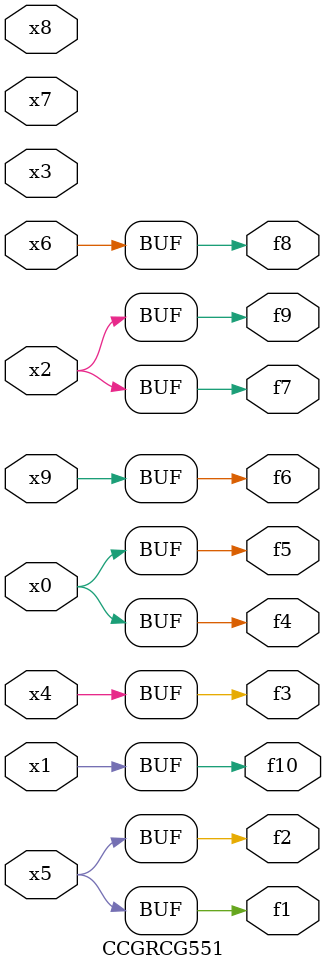
<source format=v>
module CCGRCG551(
	input x0, x1, x2, x3, x4, x5, x6, x7, x8, x9,
	output f1, f2, f3, f4, f5, f6, f7, f8, f9, f10
);
	assign f1 = x5;
	assign f2 = x5;
	assign f3 = x4;
	assign f4 = x0;
	assign f5 = x0;
	assign f6 = x9;
	assign f7 = x2;
	assign f8 = x6;
	assign f9 = x2;
	assign f10 = x1;
endmodule

</source>
